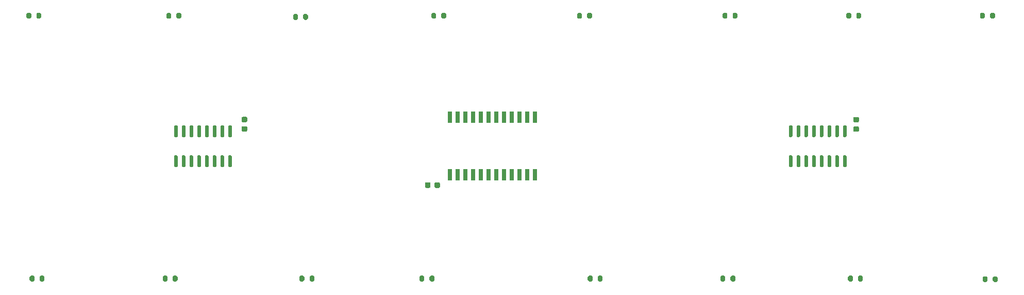
<source format=gbr>
%TF.GenerationSoftware,KiCad,Pcbnew,(5.1.7-0-10_14)*%
%TF.CreationDate,2020-10-27T13:19:28-03:00*%
%TF.ProjectId,macedo module 3,6d616365-646f-4206-9d6f-64756c652033,1*%
%TF.SameCoordinates,Original*%
%TF.FileFunction,Paste,Bot*%
%TF.FilePolarity,Positive*%
%FSLAX46Y46*%
G04 Gerber Fmt 4.6, Leading zero omitted, Abs format (unit mm)*
G04 Created by KiCad (PCBNEW (5.1.7-0-10_14)) date 2020-10-27 13:19:28*
%MOMM*%
%LPD*%
G01*
G04 APERTURE LIST*
%ADD10R,0.650000X1.950000*%
G04 APERTURE END LIST*
D10*
%TO.C,cd4067d1*%
X140165000Y-82125000D03*
X141435000Y-82125000D03*
X142705000Y-82125000D03*
X143975000Y-82125000D03*
X145245000Y-82125000D03*
X146515000Y-82125000D03*
X147785000Y-82125000D03*
X149055000Y-82125000D03*
X150325000Y-82125000D03*
X151595000Y-82125000D03*
X152865000Y-82125000D03*
X154135000Y-82125000D03*
X154135000Y-91575000D03*
X152865000Y-91575000D03*
X151595000Y-91575000D03*
X150325000Y-91575000D03*
X149055000Y-91575000D03*
X147785000Y-91575000D03*
X146515000Y-91575000D03*
X145245000Y-91575000D03*
X143975000Y-91575000D03*
X142705000Y-91575000D03*
X141435000Y-91575000D03*
X140165000Y-91575000D03*
%TD*%
%TO.C,74hc595*%
G36*
G01*
X104195000Y-85400000D02*
X103895000Y-85400000D01*
G75*
G02*
X103745000Y-85250000I0J150000D01*
G01*
X103745000Y-83600000D01*
G75*
G02*
X103895000Y-83450000I150000J0D01*
G01*
X104195000Y-83450000D01*
G75*
G02*
X104345000Y-83600000I0J-150000D01*
G01*
X104345000Y-85250000D01*
G75*
G02*
X104195000Y-85400000I-150000J0D01*
G01*
G37*
G36*
G01*
X102925000Y-85400000D02*
X102625000Y-85400000D01*
G75*
G02*
X102475000Y-85250000I0J150000D01*
G01*
X102475000Y-83600000D01*
G75*
G02*
X102625000Y-83450000I150000J0D01*
G01*
X102925000Y-83450000D01*
G75*
G02*
X103075000Y-83600000I0J-150000D01*
G01*
X103075000Y-85250000D01*
G75*
G02*
X102925000Y-85400000I-150000J0D01*
G01*
G37*
G36*
G01*
X101655000Y-85400000D02*
X101355000Y-85400000D01*
G75*
G02*
X101205000Y-85250000I0J150000D01*
G01*
X101205000Y-83600000D01*
G75*
G02*
X101355000Y-83450000I150000J0D01*
G01*
X101655000Y-83450000D01*
G75*
G02*
X101805000Y-83600000I0J-150000D01*
G01*
X101805000Y-85250000D01*
G75*
G02*
X101655000Y-85400000I-150000J0D01*
G01*
G37*
G36*
G01*
X100385000Y-85400000D02*
X100085000Y-85400000D01*
G75*
G02*
X99935000Y-85250000I0J150000D01*
G01*
X99935000Y-83600000D01*
G75*
G02*
X100085000Y-83450000I150000J0D01*
G01*
X100385000Y-83450000D01*
G75*
G02*
X100535000Y-83600000I0J-150000D01*
G01*
X100535000Y-85250000D01*
G75*
G02*
X100385000Y-85400000I-150000J0D01*
G01*
G37*
G36*
G01*
X99115000Y-85400000D02*
X98815000Y-85400000D01*
G75*
G02*
X98665000Y-85250000I0J150000D01*
G01*
X98665000Y-83600000D01*
G75*
G02*
X98815000Y-83450000I150000J0D01*
G01*
X99115000Y-83450000D01*
G75*
G02*
X99265000Y-83600000I0J-150000D01*
G01*
X99265000Y-85250000D01*
G75*
G02*
X99115000Y-85400000I-150000J0D01*
G01*
G37*
G36*
G01*
X97845000Y-85400000D02*
X97545000Y-85400000D01*
G75*
G02*
X97395000Y-85250000I0J150000D01*
G01*
X97395000Y-83600000D01*
G75*
G02*
X97545000Y-83450000I150000J0D01*
G01*
X97845000Y-83450000D01*
G75*
G02*
X97995000Y-83600000I0J-150000D01*
G01*
X97995000Y-85250000D01*
G75*
G02*
X97845000Y-85400000I-150000J0D01*
G01*
G37*
G36*
G01*
X96575000Y-85400000D02*
X96275000Y-85400000D01*
G75*
G02*
X96125000Y-85250000I0J150000D01*
G01*
X96125000Y-83600000D01*
G75*
G02*
X96275000Y-83450000I150000J0D01*
G01*
X96575000Y-83450000D01*
G75*
G02*
X96725000Y-83600000I0J-150000D01*
G01*
X96725000Y-85250000D01*
G75*
G02*
X96575000Y-85400000I-150000J0D01*
G01*
G37*
G36*
G01*
X95305000Y-85400000D02*
X95005000Y-85400000D01*
G75*
G02*
X94855000Y-85250000I0J150000D01*
G01*
X94855000Y-83600000D01*
G75*
G02*
X95005000Y-83450000I150000J0D01*
G01*
X95305000Y-83450000D01*
G75*
G02*
X95455000Y-83600000I0J-150000D01*
G01*
X95455000Y-85250000D01*
G75*
G02*
X95305000Y-85400000I-150000J0D01*
G01*
G37*
G36*
G01*
X95305000Y-90350000D02*
X95005000Y-90350000D01*
G75*
G02*
X94855000Y-90200000I0J150000D01*
G01*
X94855000Y-88550000D01*
G75*
G02*
X95005000Y-88400000I150000J0D01*
G01*
X95305000Y-88400000D01*
G75*
G02*
X95455000Y-88550000I0J-150000D01*
G01*
X95455000Y-90200000D01*
G75*
G02*
X95305000Y-90350000I-150000J0D01*
G01*
G37*
G36*
G01*
X96575000Y-90350000D02*
X96275000Y-90350000D01*
G75*
G02*
X96125000Y-90200000I0J150000D01*
G01*
X96125000Y-88550000D01*
G75*
G02*
X96275000Y-88400000I150000J0D01*
G01*
X96575000Y-88400000D01*
G75*
G02*
X96725000Y-88550000I0J-150000D01*
G01*
X96725000Y-90200000D01*
G75*
G02*
X96575000Y-90350000I-150000J0D01*
G01*
G37*
G36*
G01*
X97845000Y-90350000D02*
X97545000Y-90350000D01*
G75*
G02*
X97395000Y-90200000I0J150000D01*
G01*
X97395000Y-88550000D01*
G75*
G02*
X97545000Y-88400000I150000J0D01*
G01*
X97845000Y-88400000D01*
G75*
G02*
X97995000Y-88550000I0J-150000D01*
G01*
X97995000Y-90200000D01*
G75*
G02*
X97845000Y-90350000I-150000J0D01*
G01*
G37*
G36*
G01*
X99115000Y-90350000D02*
X98815000Y-90350000D01*
G75*
G02*
X98665000Y-90200000I0J150000D01*
G01*
X98665000Y-88550000D01*
G75*
G02*
X98815000Y-88400000I150000J0D01*
G01*
X99115000Y-88400000D01*
G75*
G02*
X99265000Y-88550000I0J-150000D01*
G01*
X99265000Y-90200000D01*
G75*
G02*
X99115000Y-90350000I-150000J0D01*
G01*
G37*
G36*
G01*
X100385000Y-90350000D02*
X100085000Y-90350000D01*
G75*
G02*
X99935000Y-90200000I0J150000D01*
G01*
X99935000Y-88550000D01*
G75*
G02*
X100085000Y-88400000I150000J0D01*
G01*
X100385000Y-88400000D01*
G75*
G02*
X100535000Y-88550000I0J-150000D01*
G01*
X100535000Y-90200000D01*
G75*
G02*
X100385000Y-90350000I-150000J0D01*
G01*
G37*
G36*
G01*
X101655000Y-90350000D02*
X101355000Y-90350000D01*
G75*
G02*
X101205000Y-90200000I0J150000D01*
G01*
X101205000Y-88550000D01*
G75*
G02*
X101355000Y-88400000I150000J0D01*
G01*
X101655000Y-88400000D01*
G75*
G02*
X101805000Y-88550000I0J-150000D01*
G01*
X101805000Y-90200000D01*
G75*
G02*
X101655000Y-90350000I-150000J0D01*
G01*
G37*
G36*
G01*
X102925000Y-90350000D02*
X102625000Y-90350000D01*
G75*
G02*
X102475000Y-90200000I0J150000D01*
G01*
X102475000Y-88550000D01*
G75*
G02*
X102625000Y-88400000I150000J0D01*
G01*
X102925000Y-88400000D01*
G75*
G02*
X103075000Y-88550000I0J-150000D01*
G01*
X103075000Y-90200000D01*
G75*
G02*
X102925000Y-90350000I-150000J0D01*
G01*
G37*
G36*
G01*
X104195000Y-90350000D02*
X103895000Y-90350000D01*
G75*
G02*
X103745000Y-90200000I0J150000D01*
G01*
X103745000Y-88550000D01*
G75*
G02*
X103895000Y-88400000I150000J0D01*
G01*
X104195000Y-88400000D01*
G75*
G02*
X104345000Y-88550000I0J-150000D01*
G01*
X104345000Y-90200000D01*
G75*
G02*
X104195000Y-90350000I-150000J0D01*
G01*
G37*
%TD*%
%TO.C,74hc595_2*%
G36*
G01*
X205195000Y-90350000D02*
X204895000Y-90350000D01*
G75*
G02*
X204745000Y-90200000I0J150000D01*
G01*
X204745000Y-88550000D01*
G75*
G02*
X204895000Y-88400000I150000J0D01*
G01*
X205195000Y-88400000D01*
G75*
G02*
X205345000Y-88550000I0J-150000D01*
G01*
X205345000Y-90200000D01*
G75*
G02*
X205195000Y-90350000I-150000J0D01*
G01*
G37*
G36*
G01*
X203925000Y-90350000D02*
X203625000Y-90350000D01*
G75*
G02*
X203475000Y-90200000I0J150000D01*
G01*
X203475000Y-88550000D01*
G75*
G02*
X203625000Y-88400000I150000J0D01*
G01*
X203925000Y-88400000D01*
G75*
G02*
X204075000Y-88550000I0J-150000D01*
G01*
X204075000Y-90200000D01*
G75*
G02*
X203925000Y-90350000I-150000J0D01*
G01*
G37*
G36*
G01*
X202655000Y-90350000D02*
X202355000Y-90350000D01*
G75*
G02*
X202205000Y-90200000I0J150000D01*
G01*
X202205000Y-88550000D01*
G75*
G02*
X202355000Y-88400000I150000J0D01*
G01*
X202655000Y-88400000D01*
G75*
G02*
X202805000Y-88550000I0J-150000D01*
G01*
X202805000Y-90200000D01*
G75*
G02*
X202655000Y-90350000I-150000J0D01*
G01*
G37*
G36*
G01*
X201385000Y-90350000D02*
X201085000Y-90350000D01*
G75*
G02*
X200935000Y-90200000I0J150000D01*
G01*
X200935000Y-88550000D01*
G75*
G02*
X201085000Y-88400000I150000J0D01*
G01*
X201385000Y-88400000D01*
G75*
G02*
X201535000Y-88550000I0J-150000D01*
G01*
X201535000Y-90200000D01*
G75*
G02*
X201385000Y-90350000I-150000J0D01*
G01*
G37*
G36*
G01*
X200115000Y-90350000D02*
X199815000Y-90350000D01*
G75*
G02*
X199665000Y-90200000I0J150000D01*
G01*
X199665000Y-88550000D01*
G75*
G02*
X199815000Y-88400000I150000J0D01*
G01*
X200115000Y-88400000D01*
G75*
G02*
X200265000Y-88550000I0J-150000D01*
G01*
X200265000Y-90200000D01*
G75*
G02*
X200115000Y-90350000I-150000J0D01*
G01*
G37*
G36*
G01*
X198845000Y-90350000D02*
X198545000Y-90350000D01*
G75*
G02*
X198395000Y-90200000I0J150000D01*
G01*
X198395000Y-88550000D01*
G75*
G02*
X198545000Y-88400000I150000J0D01*
G01*
X198845000Y-88400000D01*
G75*
G02*
X198995000Y-88550000I0J-150000D01*
G01*
X198995000Y-90200000D01*
G75*
G02*
X198845000Y-90350000I-150000J0D01*
G01*
G37*
G36*
G01*
X197575000Y-90350000D02*
X197275000Y-90350000D01*
G75*
G02*
X197125000Y-90200000I0J150000D01*
G01*
X197125000Y-88550000D01*
G75*
G02*
X197275000Y-88400000I150000J0D01*
G01*
X197575000Y-88400000D01*
G75*
G02*
X197725000Y-88550000I0J-150000D01*
G01*
X197725000Y-90200000D01*
G75*
G02*
X197575000Y-90350000I-150000J0D01*
G01*
G37*
G36*
G01*
X196305000Y-90350000D02*
X196005000Y-90350000D01*
G75*
G02*
X195855000Y-90200000I0J150000D01*
G01*
X195855000Y-88550000D01*
G75*
G02*
X196005000Y-88400000I150000J0D01*
G01*
X196305000Y-88400000D01*
G75*
G02*
X196455000Y-88550000I0J-150000D01*
G01*
X196455000Y-90200000D01*
G75*
G02*
X196305000Y-90350000I-150000J0D01*
G01*
G37*
G36*
G01*
X196305000Y-85400000D02*
X196005000Y-85400000D01*
G75*
G02*
X195855000Y-85250000I0J150000D01*
G01*
X195855000Y-83600000D01*
G75*
G02*
X196005000Y-83450000I150000J0D01*
G01*
X196305000Y-83450000D01*
G75*
G02*
X196455000Y-83600000I0J-150000D01*
G01*
X196455000Y-85250000D01*
G75*
G02*
X196305000Y-85400000I-150000J0D01*
G01*
G37*
G36*
G01*
X197575000Y-85400000D02*
X197275000Y-85400000D01*
G75*
G02*
X197125000Y-85250000I0J150000D01*
G01*
X197125000Y-83600000D01*
G75*
G02*
X197275000Y-83450000I150000J0D01*
G01*
X197575000Y-83450000D01*
G75*
G02*
X197725000Y-83600000I0J-150000D01*
G01*
X197725000Y-85250000D01*
G75*
G02*
X197575000Y-85400000I-150000J0D01*
G01*
G37*
G36*
G01*
X198845000Y-85400000D02*
X198545000Y-85400000D01*
G75*
G02*
X198395000Y-85250000I0J150000D01*
G01*
X198395000Y-83600000D01*
G75*
G02*
X198545000Y-83450000I150000J0D01*
G01*
X198845000Y-83450000D01*
G75*
G02*
X198995000Y-83600000I0J-150000D01*
G01*
X198995000Y-85250000D01*
G75*
G02*
X198845000Y-85400000I-150000J0D01*
G01*
G37*
G36*
G01*
X200115000Y-85400000D02*
X199815000Y-85400000D01*
G75*
G02*
X199665000Y-85250000I0J150000D01*
G01*
X199665000Y-83600000D01*
G75*
G02*
X199815000Y-83450000I150000J0D01*
G01*
X200115000Y-83450000D01*
G75*
G02*
X200265000Y-83600000I0J-150000D01*
G01*
X200265000Y-85250000D01*
G75*
G02*
X200115000Y-85400000I-150000J0D01*
G01*
G37*
G36*
G01*
X201385000Y-85400000D02*
X201085000Y-85400000D01*
G75*
G02*
X200935000Y-85250000I0J150000D01*
G01*
X200935000Y-83600000D01*
G75*
G02*
X201085000Y-83450000I150000J0D01*
G01*
X201385000Y-83450000D01*
G75*
G02*
X201535000Y-83600000I0J-150000D01*
G01*
X201535000Y-85250000D01*
G75*
G02*
X201385000Y-85400000I-150000J0D01*
G01*
G37*
G36*
G01*
X202655000Y-85400000D02*
X202355000Y-85400000D01*
G75*
G02*
X202205000Y-85250000I0J150000D01*
G01*
X202205000Y-83600000D01*
G75*
G02*
X202355000Y-83450000I150000J0D01*
G01*
X202655000Y-83450000D01*
G75*
G02*
X202805000Y-83600000I0J-150000D01*
G01*
X202805000Y-85250000D01*
G75*
G02*
X202655000Y-85400000I-150000J0D01*
G01*
G37*
G36*
G01*
X203925000Y-85400000D02*
X203625000Y-85400000D01*
G75*
G02*
X203475000Y-85250000I0J150000D01*
G01*
X203475000Y-83600000D01*
G75*
G02*
X203625000Y-83450000I150000J0D01*
G01*
X203925000Y-83450000D01*
G75*
G02*
X204075000Y-83600000I0J-150000D01*
G01*
X204075000Y-85250000D01*
G75*
G02*
X203925000Y-85400000I-150000J0D01*
G01*
G37*
G36*
G01*
X205195000Y-85400000D02*
X204895000Y-85400000D01*
G75*
G02*
X204745000Y-85250000I0J150000D01*
G01*
X204745000Y-83600000D01*
G75*
G02*
X204895000Y-83450000I150000J0D01*
G01*
X205195000Y-83450000D01*
G75*
G02*
X205345000Y-83600000I0J-150000D01*
G01*
X205345000Y-85250000D01*
G75*
G02*
X205195000Y-85400000I-150000J0D01*
G01*
G37*
%TD*%
%TO.C,C1*%
G36*
G01*
X106150000Y-83600000D02*
X106650000Y-83600000D01*
G75*
G02*
X106875000Y-83825000I0J-225000D01*
G01*
X106875000Y-84275000D01*
G75*
G02*
X106650000Y-84500000I-225000J0D01*
G01*
X106150000Y-84500000D01*
G75*
G02*
X105925000Y-84275000I0J225000D01*
G01*
X105925000Y-83825000D01*
G75*
G02*
X106150000Y-83600000I225000J0D01*
G01*
G37*
G36*
G01*
X106150000Y-82050000D02*
X106650000Y-82050000D01*
G75*
G02*
X106875000Y-82275000I0J-225000D01*
G01*
X106875000Y-82725000D01*
G75*
G02*
X106650000Y-82950000I-225000J0D01*
G01*
X106150000Y-82950000D01*
G75*
G02*
X105925000Y-82725000I0J225000D01*
G01*
X105925000Y-82275000D01*
G75*
G02*
X106150000Y-82050000I225000J0D01*
G01*
G37*
%TD*%
%TO.C,C2*%
G36*
G01*
X136075000Y-93550000D02*
X136075000Y-93050000D01*
G75*
G02*
X136300000Y-92825000I225000J0D01*
G01*
X136750000Y-92825000D01*
G75*
G02*
X136975000Y-93050000I0J-225000D01*
G01*
X136975000Y-93550000D01*
G75*
G02*
X136750000Y-93775000I-225000J0D01*
G01*
X136300000Y-93775000D01*
G75*
G02*
X136075000Y-93550000I0J225000D01*
G01*
G37*
G36*
G01*
X137625000Y-93550000D02*
X137625000Y-93050000D01*
G75*
G02*
X137850000Y-92825000I225000J0D01*
G01*
X138300000Y-92825000D01*
G75*
G02*
X138525000Y-93050000I0J-225000D01*
G01*
X138525000Y-93550000D01*
G75*
G02*
X138300000Y-93775000I-225000J0D01*
G01*
X137850000Y-93775000D01*
G75*
G02*
X137625000Y-93550000I0J225000D01*
G01*
G37*
%TD*%
%TO.C,C3*%
G36*
G01*
X206650000Y-82075000D02*
X207150000Y-82075000D01*
G75*
G02*
X207375000Y-82300000I0J-225000D01*
G01*
X207375000Y-82750000D01*
G75*
G02*
X207150000Y-82975000I-225000J0D01*
G01*
X206650000Y-82975000D01*
G75*
G02*
X206425000Y-82750000I0J225000D01*
G01*
X206425000Y-82300000D01*
G75*
G02*
X206650000Y-82075000I225000J0D01*
G01*
G37*
G36*
G01*
X206650000Y-83625000D02*
X207150000Y-83625000D01*
G75*
G02*
X207375000Y-83850000I0J-225000D01*
G01*
X207375000Y-84300000D01*
G75*
G02*
X207150000Y-84525000I-225000J0D01*
G01*
X206650000Y-84525000D01*
G75*
G02*
X206425000Y-84300000I0J225000D01*
G01*
X206425000Y-83850000D01*
G75*
G02*
X206650000Y-83625000I225000J0D01*
G01*
G37*
%TD*%
%TO.C,R1*%
G36*
G01*
X73025000Y-65125000D02*
X73025000Y-65675000D01*
G75*
G02*
X72825000Y-65875000I-200000J0D01*
G01*
X72425000Y-65875000D01*
G75*
G02*
X72225000Y-65675000I0J200000D01*
G01*
X72225000Y-65125000D01*
G75*
G02*
X72425000Y-64925000I200000J0D01*
G01*
X72825000Y-64925000D01*
G75*
G02*
X73025000Y-65125000I0J-200000D01*
G01*
G37*
G36*
G01*
X71375000Y-65125000D02*
X71375000Y-65675000D01*
G75*
G02*
X71175000Y-65875000I-200000J0D01*
G01*
X70775000Y-65875000D01*
G75*
G02*
X70575000Y-65675000I0J200000D01*
G01*
X70575000Y-65125000D01*
G75*
G02*
X70775000Y-64925000I200000J0D01*
G01*
X71175000Y-64925000D01*
G75*
G02*
X71375000Y-65125000I0J-200000D01*
G01*
G37*
%TD*%
%TO.C,R2*%
G36*
G01*
X72750000Y-108975000D02*
X72750000Y-108425000D01*
G75*
G02*
X72950000Y-108225000I200000J0D01*
G01*
X73350000Y-108225000D01*
G75*
G02*
X73550000Y-108425000I0J-200000D01*
G01*
X73550000Y-108975000D01*
G75*
G02*
X73350000Y-109175000I-200000J0D01*
G01*
X72950000Y-109175000D01*
G75*
G02*
X72750000Y-108975000I0J200000D01*
G01*
G37*
G36*
G01*
X71100000Y-108975000D02*
X71100000Y-108425000D01*
G75*
G02*
X71300000Y-108225000I200000J0D01*
G01*
X71700000Y-108225000D01*
G75*
G02*
X71900000Y-108425000I0J-200000D01*
G01*
X71900000Y-108975000D01*
G75*
G02*
X71700000Y-109175000I-200000J0D01*
G01*
X71300000Y-109175000D01*
G75*
G02*
X71100000Y-108975000I0J200000D01*
G01*
G37*
%TD*%
%TO.C,R3*%
G36*
G01*
X94375000Y-65125000D02*
X94375000Y-65675000D01*
G75*
G02*
X94175000Y-65875000I-200000J0D01*
G01*
X93775000Y-65875000D01*
G75*
G02*
X93575000Y-65675000I0J200000D01*
G01*
X93575000Y-65125000D01*
G75*
G02*
X93775000Y-64925000I200000J0D01*
G01*
X94175000Y-64925000D01*
G75*
G02*
X94375000Y-65125000I0J-200000D01*
G01*
G37*
G36*
G01*
X96025000Y-65125000D02*
X96025000Y-65675000D01*
G75*
G02*
X95825000Y-65875000I-200000J0D01*
G01*
X95425000Y-65875000D01*
G75*
G02*
X95225000Y-65675000I0J200000D01*
G01*
X95225000Y-65125000D01*
G75*
G02*
X95425000Y-64925000I200000J0D01*
G01*
X95825000Y-64925000D01*
G75*
G02*
X96025000Y-65125000I0J-200000D01*
G01*
G37*
%TD*%
%TO.C,R4*%
G36*
G01*
X92975000Y-108975000D02*
X92975000Y-108425000D01*
G75*
G02*
X93175000Y-108225000I200000J0D01*
G01*
X93575000Y-108225000D01*
G75*
G02*
X93775000Y-108425000I0J-200000D01*
G01*
X93775000Y-108975000D01*
G75*
G02*
X93575000Y-109175000I-200000J0D01*
G01*
X93175000Y-109175000D01*
G75*
G02*
X92975000Y-108975000I0J200000D01*
G01*
G37*
G36*
G01*
X94625000Y-108975000D02*
X94625000Y-108425000D01*
G75*
G02*
X94825000Y-108225000I200000J0D01*
G01*
X95225000Y-108225000D01*
G75*
G02*
X95425000Y-108425000I0J-200000D01*
G01*
X95425000Y-108975000D01*
G75*
G02*
X95225000Y-109175000I-200000J0D01*
G01*
X94825000Y-109175000D01*
G75*
G02*
X94625000Y-108975000I0J200000D01*
G01*
G37*
%TD*%
%TO.C,R5*%
G36*
G01*
X114400000Y-65875000D02*
X114400000Y-65325000D01*
G75*
G02*
X114600000Y-65125000I200000J0D01*
G01*
X115000000Y-65125000D01*
G75*
G02*
X115200000Y-65325000I0J-200000D01*
G01*
X115200000Y-65875000D01*
G75*
G02*
X115000000Y-66075000I-200000J0D01*
G01*
X114600000Y-66075000D01*
G75*
G02*
X114400000Y-65875000I0J200000D01*
G01*
G37*
G36*
G01*
X116050000Y-65875000D02*
X116050000Y-65325000D01*
G75*
G02*
X116250000Y-65125000I200000J0D01*
G01*
X116650000Y-65125000D01*
G75*
G02*
X116850000Y-65325000I0J-200000D01*
G01*
X116850000Y-65875000D01*
G75*
G02*
X116650000Y-66075000I-200000J0D01*
G01*
X116250000Y-66075000D01*
G75*
G02*
X116050000Y-65875000I0J200000D01*
G01*
G37*
%TD*%
%TO.C,R6*%
G36*
G01*
X116250000Y-108425000D02*
X116250000Y-108975000D01*
G75*
G02*
X116050000Y-109175000I-200000J0D01*
G01*
X115650000Y-109175000D01*
G75*
G02*
X115450000Y-108975000I0J200000D01*
G01*
X115450000Y-108425000D01*
G75*
G02*
X115650000Y-108225000I200000J0D01*
G01*
X116050000Y-108225000D01*
G75*
G02*
X116250000Y-108425000I0J-200000D01*
G01*
G37*
G36*
G01*
X117900000Y-108425000D02*
X117900000Y-108975000D01*
G75*
G02*
X117700000Y-109175000I-200000J0D01*
G01*
X117300000Y-109175000D01*
G75*
G02*
X117100000Y-108975000I0J200000D01*
G01*
X117100000Y-108425000D01*
G75*
G02*
X117300000Y-108225000I200000J0D01*
G01*
X117700000Y-108225000D01*
G75*
G02*
X117900000Y-108425000I0J-200000D01*
G01*
G37*
%TD*%
%TO.C,R7*%
G36*
G01*
X138750000Y-65675000D02*
X138750000Y-65125000D01*
G75*
G02*
X138950000Y-64925000I200000J0D01*
G01*
X139350000Y-64925000D01*
G75*
G02*
X139550000Y-65125000I0J-200000D01*
G01*
X139550000Y-65675000D01*
G75*
G02*
X139350000Y-65875000I-200000J0D01*
G01*
X138950000Y-65875000D01*
G75*
G02*
X138750000Y-65675000I0J200000D01*
G01*
G37*
G36*
G01*
X137100000Y-65675000D02*
X137100000Y-65125000D01*
G75*
G02*
X137300000Y-64925000I200000J0D01*
G01*
X137700000Y-64925000D01*
G75*
G02*
X137900000Y-65125000I0J-200000D01*
G01*
X137900000Y-65675000D01*
G75*
G02*
X137700000Y-65875000I-200000J0D01*
G01*
X137300000Y-65875000D01*
G75*
G02*
X137100000Y-65675000I0J200000D01*
G01*
G37*
%TD*%
%TO.C,R8*%
G36*
G01*
X137600000Y-108425000D02*
X137600000Y-108975000D01*
G75*
G02*
X137400000Y-109175000I-200000J0D01*
G01*
X137000000Y-109175000D01*
G75*
G02*
X136800000Y-108975000I0J200000D01*
G01*
X136800000Y-108425000D01*
G75*
G02*
X137000000Y-108225000I200000J0D01*
G01*
X137400000Y-108225000D01*
G75*
G02*
X137600000Y-108425000I0J-200000D01*
G01*
G37*
G36*
G01*
X135950000Y-108425000D02*
X135950000Y-108975000D01*
G75*
G02*
X135750000Y-109175000I-200000J0D01*
G01*
X135350000Y-109175000D01*
G75*
G02*
X135150000Y-108975000I0J200000D01*
G01*
X135150000Y-108425000D01*
G75*
G02*
X135350000Y-108225000I200000J0D01*
G01*
X135750000Y-108225000D01*
G75*
G02*
X135950000Y-108425000I0J-200000D01*
G01*
G37*
%TD*%
%TO.C,R9*%
G36*
G01*
X163500000Y-65125000D02*
X163500000Y-65675000D01*
G75*
G02*
X163300000Y-65875000I-200000J0D01*
G01*
X162900000Y-65875000D01*
G75*
G02*
X162700000Y-65675000I0J200000D01*
G01*
X162700000Y-65125000D01*
G75*
G02*
X162900000Y-64925000I200000J0D01*
G01*
X163300000Y-64925000D01*
G75*
G02*
X163500000Y-65125000I0J-200000D01*
G01*
G37*
G36*
G01*
X161850000Y-65125000D02*
X161850000Y-65675000D01*
G75*
G02*
X161650000Y-65875000I-200000J0D01*
G01*
X161250000Y-65875000D01*
G75*
G02*
X161050000Y-65675000I0J200000D01*
G01*
X161050000Y-65125000D01*
G75*
G02*
X161250000Y-64925000I200000J0D01*
G01*
X161650000Y-64925000D01*
G75*
G02*
X161850000Y-65125000I0J-200000D01*
G01*
G37*
%TD*%
%TO.C,R10*%
G36*
G01*
X164450000Y-108975000D02*
X164450000Y-108425000D01*
G75*
G02*
X164650000Y-108225000I200000J0D01*
G01*
X165050000Y-108225000D01*
G75*
G02*
X165250000Y-108425000I0J-200000D01*
G01*
X165250000Y-108975000D01*
G75*
G02*
X165050000Y-109175000I-200000J0D01*
G01*
X164650000Y-109175000D01*
G75*
G02*
X164450000Y-108975000I0J200000D01*
G01*
G37*
G36*
G01*
X162800000Y-108975000D02*
X162800000Y-108425000D01*
G75*
G02*
X163000000Y-108225000I200000J0D01*
G01*
X163400000Y-108225000D01*
G75*
G02*
X163600000Y-108425000I0J-200000D01*
G01*
X163600000Y-108975000D01*
G75*
G02*
X163400000Y-109175000I-200000J0D01*
G01*
X163000000Y-109175000D01*
G75*
G02*
X162800000Y-108975000I0J200000D01*
G01*
G37*
%TD*%
%TO.C,R11*%
G36*
G01*
X185750000Y-65125000D02*
X185750000Y-65675000D01*
G75*
G02*
X185550000Y-65875000I-200000J0D01*
G01*
X185150000Y-65875000D01*
G75*
G02*
X184950000Y-65675000I0J200000D01*
G01*
X184950000Y-65125000D01*
G75*
G02*
X185150000Y-64925000I200000J0D01*
G01*
X185550000Y-64925000D01*
G75*
G02*
X185750000Y-65125000I0J-200000D01*
G01*
G37*
G36*
G01*
X187400000Y-65125000D02*
X187400000Y-65675000D01*
G75*
G02*
X187200000Y-65875000I-200000J0D01*
G01*
X186800000Y-65875000D01*
G75*
G02*
X186600000Y-65675000I0J200000D01*
G01*
X186600000Y-65125000D01*
G75*
G02*
X186800000Y-64925000I200000J0D01*
G01*
X187200000Y-64925000D01*
G75*
G02*
X187400000Y-65125000I0J-200000D01*
G01*
G37*
%TD*%
%TO.C,R12*%
G36*
G01*
X184600000Y-108975000D02*
X184600000Y-108425000D01*
G75*
G02*
X184800000Y-108225000I200000J0D01*
G01*
X185200000Y-108225000D01*
G75*
G02*
X185400000Y-108425000I0J-200000D01*
G01*
X185400000Y-108975000D01*
G75*
G02*
X185200000Y-109175000I-200000J0D01*
G01*
X184800000Y-109175000D01*
G75*
G02*
X184600000Y-108975000I0J200000D01*
G01*
G37*
G36*
G01*
X186250000Y-108975000D02*
X186250000Y-108425000D01*
G75*
G02*
X186450000Y-108225000I200000J0D01*
G01*
X186850000Y-108225000D01*
G75*
G02*
X187050000Y-108425000I0J-200000D01*
G01*
X187050000Y-108975000D01*
G75*
G02*
X186850000Y-109175000I-200000J0D01*
G01*
X186450000Y-109175000D01*
G75*
G02*
X186250000Y-108975000I0J200000D01*
G01*
G37*
%TD*%
%TO.C,R13*%
G36*
G01*
X205275000Y-65675000D02*
X205275000Y-65125000D01*
G75*
G02*
X205475000Y-64925000I200000J0D01*
G01*
X205875000Y-64925000D01*
G75*
G02*
X206075000Y-65125000I0J-200000D01*
G01*
X206075000Y-65675000D01*
G75*
G02*
X205875000Y-65875000I-200000J0D01*
G01*
X205475000Y-65875000D01*
G75*
G02*
X205275000Y-65675000I0J200000D01*
G01*
G37*
G36*
G01*
X206925000Y-65675000D02*
X206925000Y-65125000D01*
G75*
G02*
X207125000Y-64925000I200000J0D01*
G01*
X207525000Y-64925000D01*
G75*
G02*
X207725000Y-65125000I0J-200000D01*
G01*
X207725000Y-65675000D01*
G75*
G02*
X207525000Y-65875000I-200000J0D01*
G01*
X207125000Y-65875000D01*
G75*
G02*
X206925000Y-65675000I0J200000D01*
G01*
G37*
%TD*%
%TO.C,R14*%
G36*
G01*
X206350000Y-108425000D02*
X206350000Y-108975000D01*
G75*
G02*
X206150000Y-109175000I-200000J0D01*
G01*
X205750000Y-109175000D01*
G75*
G02*
X205550000Y-108975000I0J200000D01*
G01*
X205550000Y-108425000D01*
G75*
G02*
X205750000Y-108225000I200000J0D01*
G01*
X206150000Y-108225000D01*
G75*
G02*
X206350000Y-108425000I0J-200000D01*
G01*
G37*
G36*
G01*
X208000000Y-108425000D02*
X208000000Y-108975000D01*
G75*
G02*
X207800000Y-109175000I-200000J0D01*
G01*
X207400000Y-109175000D01*
G75*
G02*
X207200000Y-108975000I0J200000D01*
G01*
X207200000Y-108425000D01*
G75*
G02*
X207400000Y-108225000I200000J0D01*
G01*
X207800000Y-108225000D01*
G75*
G02*
X208000000Y-108425000I0J-200000D01*
G01*
G37*
%TD*%
%TO.C,R15*%
G36*
G01*
X228900000Y-65675000D02*
X228900000Y-65125000D01*
G75*
G02*
X229100000Y-64925000I200000J0D01*
G01*
X229500000Y-64925000D01*
G75*
G02*
X229700000Y-65125000I0J-200000D01*
G01*
X229700000Y-65675000D01*
G75*
G02*
X229500000Y-65875000I-200000J0D01*
G01*
X229100000Y-65875000D01*
G75*
G02*
X228900000Y-65675000I0J200000D01*
G01*
G37*
G36*
G01*
X227250000Y-65675000D02*
X227250000Y-65125000D01*
G75*
G02*
X227450000Y-64925000I200000J0D01*
G01*
X227850000Y-64925000D01*
G75*
G02*
X228050000Y-65125000I0J-200000D01*
G01*
X228050000Y-65675000D01*
G75*
G02*
X227850000Y-65875000I-200000J0D01*
G01*
X227450000Y-65875000D01*
G75*
G02*
X227250000Y-65675000I0J200000D01*
G01*
G37*
%TD*%
%TO.C,R16*%
G36*
G01*
X230150000Y-108525000D02*
X230150000Y-109075000D01*
G75*
G02*
X229950000Y-109275000I-200000J0D01*
G01*
X229550000Y-109275000D01*
G75*
G02*
X229350000Y-109075000I0J200000D01*
G01*
X229350000Y-108525000D01*
G75*
G02*
X229550000Y-108325000I200000J0D01*
G01*
X229950000Y-108325000D01*
G75*
G02*
X230150000Y-108525000I0J-200000D01*
G01*
G37*
G36*
G01*
X228500000Y-108525000D02*
X228500000Y-109075000D01*
G75*
G02*
X228300000Y-109275000I-200000J0D01*
G01*
X227900000Y-109275000D01*
G75*
G02*
X227700000Y-109075000I0J200000D01*
G01*
X227700000Y-108525000D01*
G75*
G02*
X227900000Y-108325000I200000J0D01*
G01*
X228300000Y-108325000D01*
G75*
G02*
X228500000Y-108525000I0J-200000D01*
G01*
G37*
%TD*%
M02*

</source>
